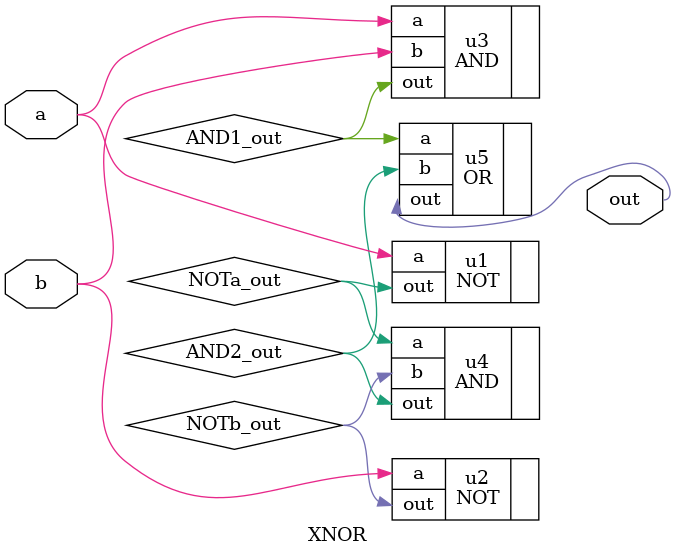
<source format=v>
`timescale 1ns / 1ps


module XNOR(
    input a,
    input b,
    output out
    );

    wire NOTa_out, NOTb_out;
    wire AND1_out, AND2_out;
    wire OR_out;

    //Instantiate NOTa gate
    NOT u1 (
        .a(a),
        .out(NOTa_out)
    );
    //Instantiate NOTb gate
    NOT u2 (
        .a(b),
        .out(NOTb_out)
    );
    //Instantiate AND1 gate
    AND u3 (
        .a(a),
        .b(b),
        .out(AND1_out)
    );
    //Instantiate AND2 gate
    AND u4 (
        .a(NOTa_out),
        .b(NOTb_out),
        .out(AND2_out)
    );
    //Instantiate OR gate
    OR u5 (
        .a(AND1_out),
        .b(AND2_out),
        .out(out)
    );

endmodule

</source>
